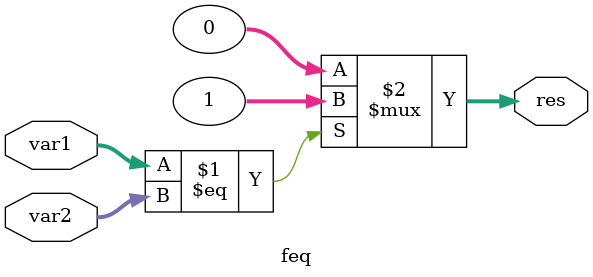
<source format=sv>
module feq (
	input [31:0] var1,
	input [31:0] var2,
	output [31:0] res
);

	assign res = (var1 == var2) ? 32'b1 : 32'b0;
endmodule

</source>
